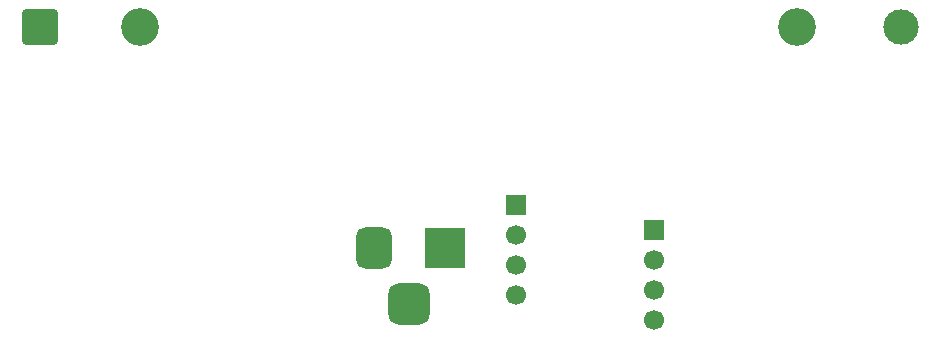
<source format=gbs>
%TF.GenerationSoftware,KiCad,Pcbnew,9.0.6*%
%TF.CreationDate,2026-01-28T16:00:35+00:00*%
%TF.ProjectId,RoomHealthBlackBox,526f6f6d-4865-4616-9c74-68426c61636b,rev?*%
%TF.SameCoordinates,Original*%
%TF.FileFunction,Soldermask,Bot*%
%TF.FilePolarity,Negative*%
%FSLAX46Y46*%
G04 Gerber Fmt 4.6, Leading zero omitted, Abs format (unit mm)*
G04 Created by KiCad (PCBNEW 9.0.6) date 2026-01-28 16:00:35*
%MOMM*%
%LPD*%
G01*
G04 APERTURE LIST*
G04 Aperture macros list*
%AMRoundRect*
0 Rectangle with rounded corners*
0 $1 Rounding radius*
0 $2 $3 $4 $5 $6 $7 $8 $9 X,Y pos of 4 corners*
0 Add a 4 corners polygon primitive as box body*
4,1,4,$2,$3,$4,$5,$6,$7,$8,$9,$2,$3,0*
0 Add four circle primitives for the rounded corners*
1,1,$1+$1,$2,$3*
1,1,$1+$1,$4,$5*
1,1,$1+$1,$6,$7*
1,1,$1+$1,$8,$9*
0 Add four rect primitives between the rounded corners*
20,1,$1+$1,$2,$3,$4,$5,0*
20,1,$1+$1,$4,$5,$6,$7,0*
20,1,$1+$1,$6,$7,$8,$9,0*
20,1,$1+$1,$8,$9,$2,$3,0*%
G04 Aperture macros list end*
%ADD10R,1.700000X1.700000*%
%ADD11C,1.700000*%
%ADD12R,3.500000X3.500000*%
%ADD13RoundRect,0.750000X-0.750000X-1.000000X0.750000X-1.000000X0.750000X1.000000X-0.750000X1.000000X0*%
%ADD14RoundRect,0.875000X-0.875000X-0.875000X0.875000X-0.875000X0.875000X0.875000X-0.875000X0.875000X0*%
%ADD15C,3.200000*%
%ADD16RoundRect,0.249999X-1.250001X-1.250001X1.250001X-1.250001X1.250001X1.250001X-1.250001X1.250001X0*%
%ADD17C,3.000000*%
G04 APERTURE END LIST*
D10*
%TO.C,U_CHG1*%
X150801000Y-97272840D03*
D11*
X150801000Y-99812840D03*
X150801000Y-102352840D03*
X150801000Y-104892840D03*
%TD*%
D10*
%TO.C,J_MIC1*%
X162500000Y-99380000D03*
D11*
X162500000Y-101920000D03*
X162500000Y-104460000D03*
X162500000Y-107000000D03*
%TD*%
D12*
%TO.C,J1*%
X144801000Y-100935340D03*
D13*
X138801000Y-100935340D03*
D14*
X141801000Y-105635340D03*
%TD*%
D15*
%TO.C,BT1*%
X118990000Y-82200000D03*
X174600000Y-82200000D03*
D16*
X110545000Y-82200000D03*
D17*
X183445000Y-82200000D03*
%TD*%
M02*

</source>
